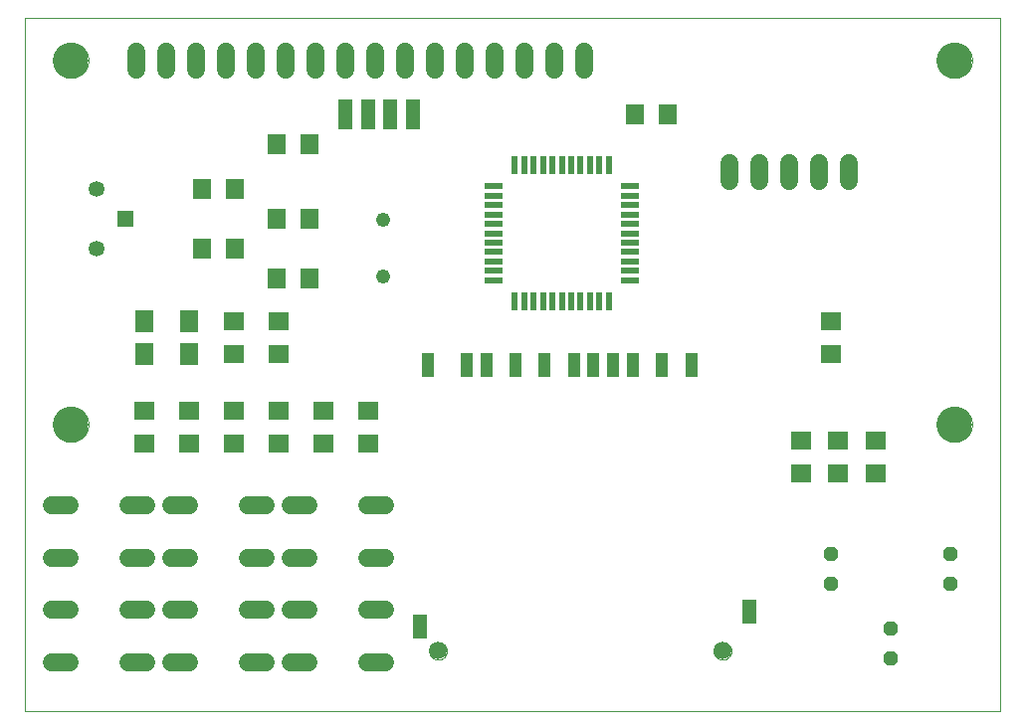
<source format=gts>
G75*
%MOIN*%
%OFA0B0*%
%FSLAX25Y25*%
%IPPOS*%
%LPD*%
%AMOC8*
5,1,8,0,0,1.08239X$1,22.5*
%
%ADD10C,0.00000*%
%ADD11R,0.06299X0.07087*%
%ADD12R,0.05906X0.07677*%
%ADD13R,0.07087X0.06299*%
%ADD14OC8,0.04800*%
%ADD15R,0.05906X0.01969*%
%ADD16R,0.01969X0.05906*%
%ADD17R,0.03937X0.07874*%
%ADD18R,0.04724X0.07874*%
%ADD19C,0.05906*%
%ADD20C,0.06000*%
%ADD21C,0.04800*%
%ADD22C,0.11811*%
%ADD23R,0.05000X0.10000*%
%ADD24C,0.05315*%
%ADD25R,0.05315X0.05315*%
D10*
X0001500Y0001500D02*
X0001500Y0233783D01*
X0328272Y0233783D01*
X0328272Y0001500D01*
X0001500Y0001500D01*
X0011094Y0097500D02*
X0011096Y0097653D01*
X0011102Y0097807D01*
X0011112Y0097960D01*
X0011126Y0098112D01*
X0011144Y0098265D01*
X0011166Y0098416D01*
X0011191Y0098567D01*
X0011221Y0098718D01*
X0011255Y0098868D01*
X0011292Y0099016D01*
X0011333Y0099164D01*
X0011378Y0099310D01*
X0011427Y0099456D01*
X0011480Y0099600D01*
X0011536Y0099742D01*
X0011596Y0099883D01*
X0011660Y0100023D01*
X0011727Y0100161D01*
X0011798Y0100297D01*
X0011873Y0100431D01*
X0011950Y0100563D01*
X0012032Y0100693D01*
X0012116Y0100821D01*
X0012204Y0100947D01*
X0012295Y0101070D01*
X0012389Y0101191D01*
X0012487Y0101309D01*
X0012587Y0101425D01*
X0012691Y0101538D01*
X0012797Y0101649D01*
X0012906Y0101757D01*
X0013018Y0101862D01*
X0013132Y0101963D01*
X0013250Y0102062D01*
X0013369Y0102158D01*
X0013491Y0102251D01*
X0013616Y0102340D01*
X0013743Y0102427D01*
X0013872Y0102509D01*
X0014003Y0102589D01*
X0014136Y0102665D01*
X0014271Y0102738D01*
X0014408Y0102807D01*
X0014547Y0102872D01*
X0014687Y0102934D01*
X0014829Y0102992D01*
X0014972Y0103047D01*
X0015117Y0103098D01*
X0015263Y0103145D01*
X0015410Y0103188D01*
X0015558Y0103227D01*
X0015707Y0103263D01*
X0015857Y0103294D01*
X0016008Y0103322D01*
X0016159Y0103346D01*
X0016312Y0103366D01*
X0016464Y0103382D01*
X0016617Y0103394D01*
X0016770Y0103402D01*
X0016923Y0103406D01*
X0017077Y0103406D01*
X0017230Y0103402D01*
X0017383Y0103394D01*
X0017536Y0103382D01*
X0017688Y0103366D01*
X0017841Y0103346D01*
X0017992Y0103322D01*
X0018143Y0103294D01*
X0018293Y0103263D01*
X0018442Y0103227D01*
X0018590Y0103188D01*
X0018737Y0103145D01*
X0018883Y0103098D01*
X0019028Y0103047D01*
X0019171Y0102992D01*
X0019313Y0102934D01*
X0019453Y0102872D01*
X0019592Y0102807D01*
X0019729Y0102738D01*
X0019864Y0102665D01*
X0019997Y0102589D01*
X0020128Y0102509D01*
X0020257Y0102427D01*
X0020384Y0102340D01*
X0020509Y0102251D01*
X0020631Y0102158D01*
X0020750Y0102062D01*
X0020868Y0101963D01*
X0020982Y0101862D01*
X0021094Y0101757D01*
X0021203Y0101649D01*
X0021309Y0101538D01*
X0021413Y0101425D01*
X0021513Y0101309D01*
X0021611Y0101191D01*
X0021705Y0101070D01*
X0021796Y0100947D01*
X0021884Y0100821D01*
X0021968Y0100693D01*
X0022050Y0100563D01*
X0022127Y0100431D01*
X0022202Y0100297D01*
X0022273Y0100161D01*
X0022340Y0100023D01*
X0022404Y0099883D01*
X0022464Y0099742D01*
X0022520Y0099600D01*
X0022573Y0099456D01*
X0022622Y0099310D01*
X0022667Y0099164D01*
X0022708Y0099016D01*
X0022745Y0098868D01*
X0022779Y0098718D01*
X0022809Y0098567D01*
X0022834Y0098416D01*
X0022856Y0098265D01*
X0022874Y0098112D01*
X0022888Y0097960D01*
X0022898Y0097807D01*
X0022904Y0097653D01*
X0022906Y0097500D01*
X0022904Y0097347D01*
X0022898Y0097193D01*
X0022888Y0097040D01*
X0022874Y0096888D01*
X0022856Y0096735D01*
X0022834Y0096584D01*
X0022809Y0096433D01*
X0022779Y0096282D01*
X0022745Y0096132D01*
X0022708Y0095984D01*
X0022667Y0095836D01*
X0022622Y0095690D01*
X0022573Y0095544D01*
X0022520Y0095400D01*
X0022464Y0095258D01*
X0022404Y0095117D01*
X0022340Y0094977D01*
X0022273Y0094839D01*
X0022202Y0094703D01*
X0022127Y0094569D01*
X0022050Y0094437D01*
X0021968Y0094307D01*
X0021884Y0094179D01*
X0021796Y0094053D01*
X0021705Y0093930D01*
X0021611Y0093809D01*
X0021513Y0093691D01*
X0021413Y0093575D01*
X0021309Y0093462D01*
X0021203Y0093351D01*
X0021094Y0093243D01*
X0020982Y0093138D01*
X0020868Y0093037D01*
X0020750Y0092938D01*
X0020631Y0092842D01*
X0020509Y0092749D01*
X0020384Y0092660D01*
X0020257Y0092573D01*
X0020128Y0092491D01*
X0019997Y0092411D01*
X0019864Y0092335D01*
X0019729Y0092262D01*
X0019592Y0092193D01*
X0019453Y0092128D01*
X0019313Y0092066D01*
X0019171Y0092008D01*
X0019028Y0091953D01*
X0018883Y0091902D01*
X0018737Y0091855D01*
X0018590Y0091812D01*
X0018442Y0091773D01*
X0018293Y0091737D01*
X0018143Y0091706D01*
X0017992Y0091678D01*
X0017841Y0091654D01*
X0017688Y0091634D01*
X0017536Y0091618D01*
X0017383Y0091606D01*
X0017230Y0091598D01*
X0017077Y0091594D01*
X0016923Y0091594D01*
X0016770Y0091598D01*
X0016617Y0091606D01*
X0016464Y0091618D01*
X0016312Y0091634D01*
X0016159Y0091654D01*
X0016008Y0091678D01*
X0015857Y0091706D01*
X0015707Y0091737D01*
X0015558Y0091773D01*
X0015410Y0091812D01*
X0015263Y0091855D01*
X0015117Y0091902D01*
X0014972Y0091953D01*
X0014829Y0092008D01*
X0014687Y0092066D01*
X0014547Y0092128D01*
X0014408Y0092193D01*
X0014271Y0092262D01*
X0014136Y0092335D01*
X0014003Y0092411D01*
X0013872Y0092491D01*
X0013743Y0092573D01*
X0013616Y0092660D01*
X0013491Y0092749D01*
X0013369Y0092842D01*
X0013250Y0092938D01*
X0013132Y0093037D01*
X0013018Y0093138D01*
X0012906Y0093243D01*
X0012797Y0093351D01*
X0012691Y0093462D01*
X0012587Y0093575D01*
X0012487Y0093691D01*
X0012389Y0093809D01*
X0012295Y0093930D01*
X0012204Y0094053D01*
X0012116Y0094179D01*
X0012032Y0094307D01*
X0011950Y0094437D01*
X0011873Y0094569D01*
X0011798Y0094703D01*
X0011727Y0094839D01*
X0011660Y0094977D01*
X0011596Y0095117D01*
X0011536Y0095258D01*
X0011480Y0095400D01*
X0011427Y0095544D01*
X0011378Y0095690D01*
X0011333Y0095836D01*
X0011292Y0095984D01*
X0011255Y0096132D01*
X0011221Y0096282D01*
X0011191Y0096433D01*
X0011166Y0096584D01*
X0011144Y0096735D01*
X0011126Y0096888D01*
X0011112Y0097040D01*
X0011102Y0097193D01*
X0011096Y0097347D01*
X0011094Y0097500D01*
X0137090Y0021541D02*
X0137092Y0021649D01*
X0137098Y0021758D01*
X0137108Y0021866D01*
X0137122Y0021973D01*
X0137140Y0022080D01*
X0137161Y0022187D01*
X0137187Y0022292D01*
X0137217Y0022397D01*
X0137250Y0022500D01*
X0137287Y0022602D01*
X0137328Y0022702D01*
X0137372Y0022801D01*
X0137421Y0022899D01*
X0137472Y0022994D01*
X0137527Y0023087D01*
X0137586Y0023179D01*
X0137648Y0023268D01*
X0137713Y0023355D01*
X0137781Y0023439D01*
X0137852Y0023521D01*
X0137926Y0023600D01*
X0138003Y0023676D01*
X0138083Y0023750D01*
X0138166Y0023820D01*
X0138251Y0023888D01*
X0138338Y0023952D01*
X0138428Y0024013D01*
X0138520Y0024071D01*
X0138614Y0024125D01*
X0138710Y0024176D01*
X0138807Y0024223D01*
X0138907Y0024267D01*
X0139008Y0024307D01*
X0139110Y0024343D01*
X0139213Y0024375D01*
X0139318Y0024404D01*
X0139424Y0024428D01*
X0139530Y0024449D01*
X0139637Y0024466D01*
X0139745Y0024479D01*
X0139853Y0024488D01*
X0139962Y0024493D01*
X0140070Y0024494D01*
X0140179Y0024491D01*
X0140287Y0024484D01*
X0140395Y0024473D01*
X0140502Y0024458D01*
X0140609Y0024439D01*
X0140715Y0024416D01*
X0140820Y0024390D01*
X0140925Y0024359D01*
X0141027Y0024325D01*
X0141129Y0024287D01*
X0141229Y0024245D01*
X0141328Y0024200D01*
X0141425Y0024151D01*
X0141519Y0024098D01*
X0141612Y0024042D01*
X0141703Y0023983D01*
X0141792Y0023920D01*
X0141878Y0023855D01*
X0141962Y0023786D01*
X0142043Y0023714D01*
X0142121Y0023639D01*
X0142197Y0023561D01*
X0142270Y0023480D01*
X0142340Y0023397D01*
X0142406Y0023312D01*
X0142470Y0023224D01*
X0142530Y0023133D01*
X0142587Y0023041D01*
X0142640Y0022946D01*
X0142690Y0022850D01*
X0142736Y0022752D01*
X0142779Y0022652D01*
X0142818Y0022551D01*
X0142853Y0022448D01*
X0142885Y0022345D01*
X0142912Y0022240D01*
X0142936Y0022134D01*
X0142956Y0022027D01*
X0142972Y0021920D01*
X0142984Y0021812D01*
X0142992Y0021704D01*
X0142996Y0021595D01*
X0142996Y0021487D01*
X0142992Y0021378D01*
X0142984Y0021270D01*
X0142972Y0021162D01*
X0142956Y0021055D01*
X0142936Y0020948D01*
X0142912Y0020842D01*
X0142885Y0020737D01*
X0142853Y0020634D01*
X0142818Y0020531D01*
X0142779Y0020430D01*
X0142736Y0020330D01*
X0142690Y0020232D01*
X0142640Y0020136D01*
X0142587Y0020041D01*
X0142530Y0019949D01*
X0142470Y0019858D01*
X0142406Y0019770D01*
X0142340Y0019685D01*
X0142270Y0019602D01*
X0142197Y0019521D01*
X0142121Y0019443D01*
X0142043Y0019368D01*
X0141962Y0019296D01*
X0141878Y0019227D01*
X0141792Y0019162D01*
X0141703Y0019099D01*
X0141612Y0019040D01*
X0141520Y0018984D01*
X0141425Y0018931D01*
X0141328Y0018882D01*
X0141229Y0018837D01*
X0141129Y0018795D01*
X0141027Y0018757D01*
X0140925Y0018723D01*
X0140820Y0018692D01*
X0140715Y0018666D01*
X0140609Y0018643D01*
X0140502Y0018624D01*
X0140395Y0018609D01*
X0140287Y0018598D01*
X0140179Y0018591D01*
X0140070Y0018588D01*
X0139962Y0018589D01*
X0139853Y0018594D01*
X0139745Y0018603D01*
X0139637Y0018616D01*
X0139530Y0018633D01*
X0139424Y0018654D01*
X0139318Y0018678D01*
X0139213Y0018707D01*
X0139110Y0018739D01*
X0139008Y0018775D01*
X0138907Y0018815D01*
X0138807Y0018859D01*
X0138710Y0018906D01*
X0138614Y0018957D01*
X0138520Y0019011D01*
X0138428Y0019069D01*
X0138338Y0019130D01*
X0138251Y0019194D01*
X0138166Y0019262D01*
X0138083Y0019332D01*
X0138003Y0019406D01*
X0137926Y0019482D01*
X0137852Y0019561D01*
X0137781Y0019643D01*
X0137713Y0019727D01*
X0137648Y0019814D01*
X0137586Y0019903D01*
X0137527Y0019995D01*
X0137472Y0020088D01*
X0137421Y0020183D01*
X0137372Y0020281D01*
X0137328Y0020380D01*
X0137287Y0020480D01*
X0137250Y0020582D01*
X0137217Y0020685D01*
X0137187Y0020790D01*
X0137161Y0020895D01*
X0137140Y0021002D01*
X0137122Y0021109D01*
X0137108Y0021216D01*
X0137098Y0021324D01*
X0137092Y0021433D01*
X0137090Y0021541D01*
X0232366Y0021541D02*
X0232368Y0021649D01*
X0232374Y0021758D01*
X0232384Y0021866D01*
X0232398Y0021973D01*
X0232416Y0022080D01*
X0232437Y0022187D01*
X0232463Y0022292D01*
X0232493Y0022397D01*
X0232526Y0022500D01*
X0232563Y0022602D01*
X0232604Y0022702D01*
X0232648Y0022801D01*
X0232697Y0022899D01*
X0232748Y0022994D01*
X0232803Y0023087D01*
X0232862Y0023179D01*
X0232924Y0023268D01*
X0232989Y0023355D01*
X0233057Y0023439D01*
X0233128Y0023521D01*
X0233202Y0023600D01*
X0233279Y0023676D01*
X0233359Y0023750D01*
X0233442Y0023820D01*
X0233527Y0023888D01*
X0233614Y0023952D01*
X0233704Y0024013D01*
X0233796Y0024071D01*
X0233890Y0024125D01*
X0233986Y0024176D01*
X0234083Y0024223D01*
X0234183Y0024267D01*
X0234284Y0024307D01*
X0234386Y0024343D01*
X0234489Y0024375D01*
X0234594Y0024404D01*
X0234700Y0024428D01*
X0234806Y0024449D01*
X0234913Y0024466D01*
X0235021Y0024479D01*
X0235129Y0024488D01*
X0235238Y0024493D01*
X0235346Y0024494D01*
X0235455Y0024491D01*
X0235563Y0024484D01*
X0235671Y0024473D01*
X0235778Y0024458D01*
X0235885Y0024439D01*
X0235991Y0024416D01*
X0236096Y0024390D01*
X0236201Y0024359D01*
X0236303Y0024325D01*
X0236405Y0024287D01*
X0236505Y0024245D01*
X0236604Y0024200D01*
X0236701Y0024151D01*
X0236795Y0024098D01*
X0236888Y0024042D01*
X0236979Y0023983D01*
X0237068Y0023920D01*
X0237154Y0023855D01*
X0237238Y0023786D01*
X0237319Y0023714D01*
X0237397Y0023639D01*
X0237473Y0023561D01*
X0237546Y0023480D01*
X0237616Y0023397D01*
X0237682Y0023312D01*
X0237746Y0023224D01*
X0237806Y0023133D01*
X0237863Y0023041D01*
X0237916Y0022946D01*
X0237966Y0022850D01*
X0238012Y0022752D01*
X0238055Y0022652D01*
X0238094Y0022551D01*
X0238129Y0022448D01*
X0238161Y0022345D01*
X0238188Y0022240D01*
X0238212Y0022134D01*
X0238232Y0022027D01*
X0238248Y0021920D01*
X0238260Y0021812D01*
X0238268Y0021704D01*
X0238272Y0021595D01*
X0238272Y0021487D01*
X0238268Y0021378D01*
X0238260Y0021270D01*
X0238248Y0021162D01*
X0238232Y0021055D01*
X0238212Y0020948D01*
X0238188Y0020842D01*
X0238161Y0020737D01*
X0238129Y0020634D01*
X0238094Y0020531D01*
X0238055Y0020430D01*
X0238012Y0020330D01*
X0237966Y0020232D01*
X0237916Y0020136D01*
X0237863Y0020041D01*
X0237806Y0019949D01*
X0237746Y0019858D01*
X0237682Y0019770D01*
X0237616Y0019685D01*
X0237546Y0019602D01*
X0237473Y0019521D01*
X0237397Y0019443D01*
X0237319Y0019368D01*
X0237238Y0019296D01*
X0237154Y0019227D01*
X0237068Y0019162D01*
X0236979Y0019099D01*
X0236888Y0019040D01*
X0236796Y0018984D01*
X0236701Y0018931D01*
X0236604Y0018882D01*
X0236505Y0018837D01*
X0236405Y0018795D01*
X0236303Y0018757D01*
X0236201Y0018723D01*
X0236096Y0018692D01*
X0235991Y0018666D01*
X0235885Y0018643D01*
X0235778Y0018624D01*
X0235671Y0018609D01*
X0235563Y0018598D01*
X0235455Y0018591D01*
X0235346Y0018588D01*
X0235238Y0018589D01*
X0235129Y0018594D01*
X0235021Y0018603D01*
X0234913Y0018616D01*
X0234806Y0018633D01*
X0234700Y0018654D01*
X0234594Y0018678D01*
X0234489Y0018707D01*
X0234386Y0018739D01*
X0234284Y0018775D01*
X0234183Y0018815D01*
X0234083Y0018859D01*
X0233986Y0018906D01*
X0233890Y0018957D01*
X0233796Y0019011D01*
X0233704Y0019069D01*
X0233614Y0019130D01*
X0233527Y0019194D01*
X0233442Y0019262D01*
X0233359Y0019332D01*
X0233279Y0019406D01*
X0233202Y0019482D01*
X0233128Y0019561D01*
X0233057Y0019643D01*
X0232989Y0019727D01*
X0232924Y0019814D01*
X0232862Y0019903D01*
X0232803Y0019995D01*
X0232748Y0020088D01*
X0232697Y0020183D01*
X0232648Y0020281D01*
X0232604Y0020380D01*
X0232563Y0020480D01*
X0232526Y0020582D01*
X0232493Y0020685D01*
X0232463Y0020790D01*
X0232437Y0020895D01*
X0232416Y0021002D01*
X0232398Y0021109D01*
X0232384Y0021216D01*
X0232374Y0021324D01*
X0232368Y0021433D01*
X0232366Y0021541D01*
X0307094Y0097500D02*
X0307096Y0097653D01*
X0307102Y0097807D01*
X0307112Y0097960D01*
X0307126Y0098112D01*
X0307144Y0098265D01*
X0307166Y0098416D01*
X0307191Y0098567D01*
X0307221Y0098718D01*
X0307255Y0098868D01*
X0307292Y0099016D01*
X0307333Y0099164D01*
X0307378Y0099310D01*
X0307427Y0099456D01*
X0307480Y0099600D01*
X0307536Y0099742D01*
X0307596Y0099883D01*
X0307660Y0100023D01*
X0307727Y0100161D01*
X0307798Y0100297D01*
X0307873Y0100431D01*
X0307950Y0100563D01*
X0308032Y0100693D01*
X0308116Y0100821D01*
X0308204Y0100947D01*
X0308295Y0101070D01*
X0308389Y0101191D01*
X0308487Y0101309D01*
X0308587Y0101425D01*
X0308691Y0101538D01*
X0308797Y0101649D01*
X0308906Y0101757D01*
X0309018Y0101862D01*
X0309132Y0101963D01*
X0309250Y0102062D01*
X0309369Y0102158D01*
X0309491Y0102251D01*
X0309616Y0102340D01*
X0309743Y0102427D01*
X0309872Y0102509D01*
X0310003Y0102589D01*
X0310136Y0102665D01*
X0310271Y0102738D01*
X0310408Y0102807D01*
X0310547Y0102872D01*
X0310687Y0102934D01*
X0310829Y0102992D01*
X0310972Y0103047D01*
X0311117Y0103098D01*
X0311263Y0103145D01*
X0311410Y0103188D01*
X0311558Y0103227D01*
X0311707Y0103263D01*
X0311857Y0103294D01*
X0312008Y0103322D01*
X0312159Y0103346D01*
X0312312Y0103366D01*
X0312464Y0103382D01*
X0312617Y0103394D01*
X0312770Y0103402D01*
X0312923Y0103406D01*
X0313077Y0103406D01*
X0313230Y0103402D01*
X0313383Y0103394D01*
X0313536Y0103382D01*
X0313688Y0103366D01*
X0313841Y0103346D01*
X0313992Y0103322D01*
X0314143Y0103294D01*
X0314293Y0103263D01*
X0314442Y0103227D01*
X0314590Y0103188D01*
X0314737Y0103145D01*
X0314883Y0103098D01*
X0315028Y0103047D01*
X0315171Y0102992D01*
X0315313Y0102934D01*
X0315453Y0102872D01*
X0315592Y0102807D01*
X0315729Y0102738D01*
X0315864Y0102665D01*
X0315997Y0102589D01*
X0316128Y0102509D01*
X0316257Y0102427D01*
X0316384Y0102340D01*
X0316509Y0102251D01*
X0316631Y0102158D01*
X0316750Y0102062D01*
X0316868Y0101963D01*
X0316982Y0101862D01*
X0317094Y0101757D01*
X0317203Y0101649D01*
X0317309Y0101538D01*
X0317413Y0101425D01*
X0317513Y0101309D01*
X0317611Y0101191D01*
X0317705Y0101070D01*
X0317796Y0100947D01*
X0317884Y0100821D01*
X0317968Y0100693D01*
X0318050Y0100563D01*
X0318127Y0100431D01*
X0318202Y0100297D01*
X0318273Y0100161D01*
X0318340Y0100023D01*
X0318404Y0099883D01*
X0318464Y0099742D01*
X0318520Y0099600D01*
X0318573Y0099456D01*
X0318622Y0099310D01*
X0318667Y0099164D01*
X0318708Y0099016D01*
X0318745Y0098868D01*
X0318779Y0098718D01*
X0318809Y0098567D01*
X0318834Y0098416D01*
X0318856Y0098265D01*
X0318874Y0098112D01*
X0318888Y0097960D01*
X0318898Y0097807D01*
X0318904Y0097653D01*
X0318906Y0097500D01*
X0318904Y0097347D01*
X0318898Y0097193D01*
X0318888Y0097040D01*
X0318874Y0096888D01*
X0318856Y0096735D01*
X0318834Y0096584D01*
X0318809Y0096433D01*
X0318779Y0096282D01*
X0318745Y0096132D01*
X0318708Y0095984D01*
X0318667Y0095836D01*
X0318622Y0095690D01*
X0318573Y0095544D01*
X0318520Y0095400D01*
X0318464Y0095258D01*
X0318404Y0095117D01*
X0318340Y0094977D01*
X0318273Y0094839D01*
X0318202Y0094703D01*
X0318127Y0094569D01*
X0318050Y0094437D01*
X0317968Y0094307D01*
X0317884Y0094179D01*
X0317796Y0094053D01*
X0317705Y0093930D01*
X0317611Y0093809D01*
X0317513Y0093691D01*
X0317413Y0093575D01*
X0317309Y0093462D01*
X0317203Y0093351D01*
X0317094Y0093243D01*
X0316982Y0093138D01*
X0316868Y0093037D01*
X0316750Y0092938D01*
X0316631Y0092842D01*
X0316509Y0092749D01*
X0316384Y0092660D01*
X0316257Y0092573D01*
X0316128Y0092491D01*
X0315997Y0092411D01*
X0315864Y0092335D01*
X0315729Y0092262D01*
X0315592Y0092193D01*
X0315453Y0092128D01*
X0315313Y0092066D01*
X0315171Y0092008D01*
X0315028Y0091953D01*
X0314883Y0091902D01*
X0314737Y0091855D01*
X0314590Y0091812D01*
X0314442Y0091773D01*
X0314293Y0091737D01*
X0314143Y0091706D01*
X0313992Y0091678D01*
X0313841Y0091654D01*
X0313688Y0091634D01*
X0313536Y0091618D01*
X0313383Y0091606D01*
X0313230Y0091598D01*
X0313077Y0091594D01*
X0312923Y0091594D01*
X0312770Y0091598D01*
X0312617Y0091606D01*
X0312464Y0091618D01*
X0312312Y0091634D01*
X0312159Y0091654D01*
X0312008Y0091678D01*
X0311857Y0091706D01*
X0311707Y0091737D01*
X0311558Y0091773D01*
X0311410Y0091812D01*
X0311263Y0091855D01*
X0311117Y0091902D01*
X0310972Y0091953D01*
X0310829Y0092008D01*
X0310687Y0092066D01*
X0310547Y0092128D01*
X0310408Y0092193D01*
X0310271Y0092262D01*
X0310136Y0092335D01*
X0310003Y0092411D01*
X0309872Y0092491D01*
X0309743Y0092573D01*
X0309616Y0092660D01*
X0309491Y0092749D01*
X0309369Y0092842D01*
X0309250Y0092938D01*
X0309132Y0093037D01*
X0309018Y0093138D01*
X0308906Y0093243D01*
X0308797Y0093351D01*
X0308691Y0093462D01*
X0308587Y0093575D01*
X0308487Y0093691D01*
X0308389Y0093809D01*
X0308295Y0093930D01*
X0308204Y0094053D01*
X0308116Y0094179D01*
X0308032Y0094307D01*
X0307950Y0094437D01*
X0307873Y0094569D01*
X0307798Y0094703D01*
X0307727Y0094839D01*
X0307660Y0094977D01*
X0307596Y0095117D01*
X0307536Y0095258D01*
X0307480Y0095400D01*
X0307427Y0095544D01*
X0307378Y0095690D01*
X0307333Y0095836D01*
X0307292Y0095984D01*
X0307255Y0096132D01*
X0307221Y0096282D01*
X0307191Y0096433D01*
X0307166Y0096584D01*
X0307144Y0096735D01*
X0307126Y0096888D01*
X0307112Y0097040D01*
X0307102Y0097193D01*
X0307096Y0097347D01*
X0307094Y0097500D01*
X0307094Y0219500D02*
X0307096Y0219653D01*
X0307102Y0219807D01*
X0307112Y0219960D01*
X0307126Y0220112D01*
X0307144Y0220265D01*
X0307166Y0220416D01*
X0307191Y0220567D01*
X0307221Y0220718D01*
X0307255Y0220868D01*
X0307292Y0221016D01*
X0307333Y0221164D01*
X0307378Y0221310D01*
X0307427Y0221456D01*
X0307480Y0221600D01*
X0307536Y0221742D01*
X0307596Y0221883D01*
X0307660Y0222023D01*
X0307727Y0222161D01*
X0307798Y0222297D01*
X0307873Y0222431D01*
X0307950Y0222563D01*
X0308032Y0222693D01*
X0308116Y0222821D01*
X0308204Y0222947D01*
X0308295Y0223070D01*
X0308389Y0223191D01*
X0308487Y0223309D01*
X0308587Y0223425D01*
X0308691Y0223538D01*
X0308797Y0223649D01*
X0308906Y0223757D01*
X0309018Y0223862D01*
X0309132Y0223963D01*
X0309250Y0224062D01*
X0309369Y0224158D01*
X0309491Y0224251D01*
X0309616Y0224340D01*
X0309743Y0224427D01*
X0309872Y0224509D01*
X0310003Y0224589D01*
X0310136Y0224665D01*
X0310271Y0224738D01*
X0310408Y0224807D01*
X0310547Y0224872D01*
X0310687Y0224934D01*
X0310829Y0224992D01*
X0310972Y0225047D01*
X0311117Y0225098D01*
X0311263Y0225145D01*
X0311410Y0225188D01*
X0311558Y0225227D01*
X0311707Y0225263D01*
X0311857Y0225294D01*
X0312008Y0225322D01*
X0312159Y0225346D01*
X0312312Y0225366D01*
X0312464Y0225382D01*
X0312617Y0225394D01*
X0312770Y0225402D01*
X0312923Y0225406D01*
X0313077Y0225406D01*
X0313230Y0225402D01*
X0313383Y0225394D01*
X0313536Y0225382D01*
X0313688Y0225366D01*
X0313841Y0225346D01*
X0313992Y0225322D01*
X0314143Y0225294D01*
X0314293Y0225263D01*
X0314442Y0225227D01*
X0314590Y0225188D01*
X0314737Y0225145D01*
X0314883Y0225098D01*
X0315028Y0225047D01*
X0315171Y0224992D01*
X0315313Y0224934D01*
X0315453Y0224872D01*
X0315592Y0224807D01*
X0315729Y0224738D01*
X0315864Y0224665D01*
X0315997Y0224589D01*
X0316128Y0224509D01*
X0316257Y0224427D01*
X0316384Y0224340D01*
X0316509Y0224251D01*
X0316631Y0224158D01*
X0316750Y0224062D01*
X0316868Y0223963D01*
X0316982Y0223862D01*
X0317094Y0223757D01*
X0317203Y0223649D01*
X0317309Y0223538D01*
X0317413Y0223425D01*
X0317513Y0223309D01*
X0317611Y0223191D01*
X0317705Y0223070D01*
X0317796Y0222947D01*
X0317884Y0222821D01*
X0317968Y0222693D01*
X0318050Y0222563D01*
X0318127Y0222431D01*
X0318202Y0222297D01*
X0318273Y0222161D01*
X0318340Y0222023D01*
X0318404Y0221883D01*
X0318464Y0221742D01*
X0318520Y0221600D01*
X0318573Y0221456D01*
X0318622Y0221310D01*
X0318667Y0221164D01*
X0318708Y0221016D01*
X0318745Y0220868D01*
X0318779Y0220718D01*
X0318809Y0220567D01*
X0318834Y0220416D01*
X0318856Y0220265D01*
X0318874Y0220112D01*
X0318888Y0219960D01*
X0318898Y0219807D01*
X0318904Y0219653D01*
X0318906Y0219500D01*
X0318904Y0219347D01*
X0318898Y0219193D01*
X0318888Y0219040D01*
X0318874Y0218888D01*
X0318856Y0218735D01*
X0318834Y0218584D01*
X0318809Y0218433D01*
X0318779Y0218282D01*
X0318745Y0218132D01*
X0318708Y0217984D01*
X0318667Y0217836D01*
X0318622Y0217690D01*
X0318573Y0217544D01*
X0318520Y0217400D01*
X0318464Y0217258D01*
X0318404Y0217117D01*
X0318340Y0216977D01*
X0318273Y0216839D01*
X0318202Y0216703D01*
X0318127Y0216569D01*
X0318050Y0216437D01*
X0317968Y0216307D01*
X0317884Y0216179D01*
X0317796Y0216053D01*
X0317705Y0215930D01*
X0317611Y0215809D01*
X0317513Y0215691D01*
X0317413Y0215575D01*
X0317309Y0215462D01*
X0317203Y0215351D01*
X0317094Y0215243D01*
X0316982Y0215138D01*
X0316868Y0215037D01*
X0316750Y0214938D01*
X0316631Y0214842D01*
X0316509Y0214749D01*
X0316384Y0214660D01*
X0316257Y0214573D01*
X0316128Y0214491D01*
X0315997Y0214411D01*
X0315864Y0214335D01*
X0315729Y0214262D01*
X0315592Y0214193D01*
X0315453Y0214128D01*
X0315313Y0214066D01*
X0315171Y0214008D01*
X0315028Y0213953D01*
X0314883Y0213902D01*
X0314737Y0213855D01*
X0314590Y0213812D01*
X0314442Y0213773D01*
X0314293Y0213737D01*
X0314143Y0213706D01*
X0313992Y0213678D01*
X0313841Y0213654D01*
X0313688Y0213634D01*
X0313536Y0213618D01*
X0313383Y0213606D01*
X0313230Y0213598D01*
X0313077Y0213594D01*
X0312923Y0213594D01*
X0312770Y0213598D01*
X0312617Y0213606D01*
X0312464Y0213618D01*
X0312312Y0213634D01*
X0312159Y0213654D01*
X0312008Y0213678D01*
X0311857Y0213706D01*
X0311707Y0213737D01*
X0311558Y0213773D01*
X0311410Y0213812D01*
X0311263Y0213855D01*
X0311117Y0213902D01*
X0310972Y0213953D01*
X0310829Y0214008D01*
X0310687Y0214066D01*
X0310547Y0214128D01*
X0310408Y0214193D01*
X0310271Y0214262D01*
X0310136Y0214335D01*
X0310003Y0214411D01*
X0309872Y0214491D01*
X0309743Y0214573D01*
X0309616Y0214660D01*
X0309491Y0214749D01*
X0309369Y0214842D01*
X0309250Y0214938D01*
X0309132Y0215037D01*
X0309018Y0215138D01*
X0308906Y0215243D01*
X0308797Y0215351D01*
X0308691Y0215462D01*
X0308587Y0215575D01*
X0308487Y0215691D01*
X0308389Y0215809D01*
X0308295Y0215930D01*
X0308204Y0216053D01*
X0308116Y0216179D01*
X0308032Y0216307D01*
X0307950Y0216437D01*
X0307873Y0216569D01*
X0307798Y0216703D01*
X0307727Y0216839D01*
X0307660Y0216977D01*
X0307596Y0217117D01*
X0307536Y0217258D01*
X0307480Y0217400D01*
X0307427Y0217544D01*
X0307378Y0217690D01*
X0307333Y0217836D01*
X0307292Y0217984D01*
X0307255Y0218132D01*
X0307221Y0218282D01*
X0307191Y0218433D01*
X0307166Y0218584D01*
X0307144Y0218735D01*
X0307126Y0218888D01*
X0307112Y0219040D01*
X0307102Y0219193D01*
X0307096Y0219347D01*
X0307094Y0219500D01*
X0011094Y0219500D02*
X0011096Y0219653D01*
X0011102Y0219807D01*
X0011112Y0219960D01*
X0011126Y0220112D01*
X0011144Y0220265D01*
X0011166Y0220416D01*
X0011191Y0220567D01*
X0011221Y0220718D01*
X0011255Y0220868D01*
X0011292Y0221016D01*
X0011333Y0221164D01*
X0011378Y0221310D01*
X0011427Y0221456D01*
X0011480Y0221600D01*
X0011536Y0221742D01*
X0011596Y0221883D01*
X0011660Y0222023D01*
X0011727Y0222161D01*
X0011798Y0222297D01*
X0011873Y0222431D01*
X0011950Y0222563D01*
X0012032Y0222693D01*
X0012116Y0222821D01*
X0012204Y0222947D01*
X0012295Y0223070D01*
X0012389Y0223191D01*
X0012487Y0223309D01*
X0012587Y0223425D01*
X0012691Y0223538D01*
X0012797Y0223649D01*
X0012906Y0223757D01*
X0013018Y0223862D01*
X0013132Y0223963D01*
X0013250Y0224062D01*
X0013369Y0224158D01*
X0013491Y0224251D01*
X0013616Y0224340D01*
X0013743Y0224427D01*
X0013872Y0224509D01*
X0014003Y0224589D01*
X0014136Y0224665D01*
X0014271Y0224738D01*
X0014408Y0224807D01*
X0014547Y0224872D01*
X0014687Y0224934D01*
X0014829Y0224992D01*
X0014972Y0225047D01*
X0015117Y0225098D01*
X0015263Y0225145D01*
X0015410Y0225188D01*
X0015558Y0225227D01*
X0015707Y0225263D01*
X0015857Y0225294D01*
X0016008Y0225322D01*
X0016159Y0225346D01*
X0016312Y0225366D01*
X0016464Y0225382D01*
X0016617Y0225394D01*
X0016770Y0225402D01*
X0016923Y0225406D01*
X0017077Y0225406D01*
X0017230Y0225402D01*
X0017383Y0225394D01*
X0017536Y0225382D01*
X0017688Y0225366D01*
X0017841Y0225346D01*
X0017992Y0225322D01*
X0018143Y0225294D01*
X0018293Y0225263D01*
X0018442Y0225227D01*
X0018590Y0225188D01*
X0018737Y0225145D01*
X0018883Y0225098D01*
X0019028Y0225047D01*
X0019171Y0224992D01*
X0019313Y0224934D01*
X0019453Y0224872D01*
X0019592Y0224807D01*
X0019729Y0224738D01*
X0019864Y0224665D01*
X0019997Y0224589D01*
X0020128Y0224509D01*
X0020257Y0224427D01*
X0020384Y0224340D01*
X0020509Y0224251D01*
X0020631Y0224158D01*
X0020750Y0224062D01*
X0020868Y0223963D01*
X0020982Y0223862D01*
X0021094Y0223757D01*
X0021203Y0223649D01*
X0021309Y0223538D01*
X0021413Y0223425D01*
X0021513Y0223309D01*
X0021611Y0223191D01*
X0021705Y0223070D01*
X0021796Y0222947D01*
X0021884Y0222821D01*
X0021968Y0222693D01*
X0022050Y0222563D01*
X0022127Y0222431D01*
X0022202Y0222297D01*
X0022273Y0222161D01*
X0022340Y0222023D01*
X0022404Y0221883D01*
X0022464Y0221742D01*
X0022520Y0221600D01*
X0022573Y0221456D01*
X0022622Y0221310D01*
X0022667Y0221164D01*
X0022708Y0221016D01*
X0022745Y0220868D01*
X0022779Y0220718D01*
X0022809Y0220567D01*
X0022834Y0220416D01*
X0022856Y0220265D01*
X0022874Y0220112D01*
X0022888Y0219960D01*
X0022898Y0219807D01*
X0022904Y0219653D01*
X0022906Y0219500D01*
X0022904Y0219347D01*
X0022898Y0219193D01*
X0022888Y0219040D01*
X0022874Y0218888D01*
X0022856Y0218735D01*
X0022834Y0218584D01*
X0022809Y0218433D01*
X0022779Y0218282D01*
X0022745Y0218132D01*
X0022708Y0217984D01*
X0022667Y0217836D01*
X0022622Y0217690D01*
X0022573Y0217544D01*
X0022520Y0217400D01*
X0022464Y0217258D01*
X0022404Y0217117D01*
X0022340Y0216977D01*
X0022273Y0216839D01*
X0022202Y0216703D01*
X0022127Y0216569D01*
X0022050Y0216437D01*
X0021968Y0216307D01*
X0021884Y0216179D01*
X0021796Y0216053D01*
X0021705Y0215930D01*
X0021611Y0215809D01*
X0021513Y0215691D01*
X0021413Y0215575D01*
X0021309Y0215462D01*
X0021203Y0215351D01*
X0021094Y0215243D01*
X0020982Y0215138D01*
X0020868Y0215037D01*
X0020750Y0214938D01*
X0020631Y0214842D01*
X0020509Y0214749D01*
X0020384Y0214660D01*
X0020257Y0214573D01*
X0020128Y0214491D01*
X0019997Y0214411D01*
X0019864Y0214335D01*
X0019729Y0214262D01*
X0019592Y0214193D01*
X0019453Y0214128D01*
X0019313Y0214066D01*
X0019171Y0214008D01*
X0019028Y0213953D01*
X0018883Y0213902D01*
X0018737Y0213855D01*
X0018590Y0213812D01*
X0018442Y0213773D01*
X0018293Y0213737D01*
X0018143Y0213706D01*
X0017992Y0213678D01*
X0017841Y0213654D01*
X0017688Y0213634D01*
X0017536Y0213618D01*
X0017383Y0213606D01*
X0017230Y0213598D01*
X0017077Y0213594D01*
X0016923Y0213594D01*
X0016770Y0213598D01*
X0016617Y0213606D01*
X0016464Y0213618D01*
X0016312Y0213634D01*
X0016159Y0213654D01*
X0016008Y0213678D01*
X0015857Y0213706D01*
X0015707Y0213737D01*
X0015558Y0213773D01*
X0015410Y0213812D01*
X0015263Y0213855D01*
X0015117Y0213902D01*
X0014972Y0213953D01*
X0014829Y0214008D01*
X0014687Y0214066D01*
X0014547Y0214128D01*
X0014408Y0214193D01*
X0014271Y0214262D01*
X0014136Y0214335D01*
X0014003Y0214411D01*
X0013872Y0214491D01*
X0013743Y0214573D01*
X0013616Y0214660D01*
X0013491Y0214749D01*
X0013369Y0214842D01*
X0013250Y0214938D01*
X0013132Y0215037D01*
X0013018Y0215138D01*
X0012906Y0215243D01*
X0012797Y0215351D01*
X0012691Y0215462D01*
X0012587Y0215575D01*
X0012487Y0215691D01*
X0012389Y0215809D01*
X0012295Y0215930D01*
X0012204Y0216053D01*
X0012116Y0216179D01*
X0012032Y0216307D01*
X0011950Y0216437D01*
X0011873Y0216569D01*
X0011798Y0216703D01*
X0011727Y0216839D01*
X0011660Y0216977D01*
X0011596Y0217117D01*
X0011536Y0217258D01*
X0011480Y0217400D01*
X0011427Y0217544D01*
X0011378Y0217690D01*
X0011333Y0217836D01*
X0011292Y0217984D01*
X0011255Y0218132D01*
X0011221Y0218282D01*
X0011191Y0218433D01*
X0011166Y0218584D01*
X0011144Y0218735D01*
X0011126Y0218888D01*
X0011112Y0219040D01*
X0011102Y0219193D01*
X0011096Y0219347D01*
X0011094Y0219500D01*
D11*
X0060988Y0176500D03*
X0072012Y0176500D03*
X0085988Y0166500D03*
X0097012Y0166500D03*
X0072012Y0156500D03*
X0060988Y0156500D03*
X0085988Y0146500D03*
X0097012Y0146500D03*
X0097012Y0191500D03*
X0085988Y0191500D03*
X0205988Y0201500D03*
X0217012Y0201500D03*
D12*
X0056500Y0131913D03*
X0056500Y0121087D03*
X0041500Y0121087D03*
X0041500Y0131913D03*
D13*
X0071500Y0132012D03*
X0071500Y0120988D03*
X0086500Y0120988D03*
X0086500Y0132012D03*
X0086500Y0102012D03*
X0071500Y0102012D03*
X0071500Y0090988D03*
X0086500Y0090988D03*
X0101500Y0090988D03*
X0116500Y0090988D03*
X0116500Y0102012D03*
X0101500Y0102012D03*
X0056500Y0102012D03*
X0041500Y0102012D03*
X0041500Y0090988D03*
X0056500Y0090988D03*
X0261500Y0092012D03*
X0261500Y0080988D03*
X0274000Y0080988D03*
X0274000Y0092012D03*
X0286500Y0092012D03*
X0286500Y0080988D03*
X0271500Y0120988D03*
X0271500Y0132012D03*
D14*
X0271500Y0054000D03*
X0271500Y0044000D03*
X0291500Y0029000D03*
X0291500Y0019000D03*
X0311500Y0044000D03*
X0311500Y0054000D03*
D15*
X0204335Y0145752D03*
X0204335Y0148902D03*
X0204335Y0152051D03*
X0204335Y0155201D03*
X0204335Y0158350D03*
X0204335Y0161500D03*
X0204335Y0164650D03*
X0204335Y0167799D03*
X0204335Y0170949D03*
X0204335Y0174098D03*
X0204335Y0177248D03*
X0158665Y0177248D03*
X0158665Y0174098D03*
X0158665Y0170949D03*
X0158665Y0167799D03*
X0158665Y0164650D03*
X0158665Y0161500D03*
X0158665Y0158350D03*
X0158665Y0155201D03*
X0158665Y0152051D03*
X0158665Y0148902D03*
X0158665Y0145752D03*
D16*
X0165752Y0138665D03*
X0168902Y0138665D03*
X0172051Y0138665D03*
X0175201Y0138665D03*
X0178350Y0138665D03*
X0181500Y0138665D03*
X0184650Y0138665D03*
X0187799Y0138665D03*
X0190949Y0138665D03*
X0194098Y0138665D03*
X0197248Y0138665D03*
X0197248Y0184335D03*
X0194098Y0184335D03*
X0190949Y0184335D03*
X0187799Y0184335D03*
X0184650Y0184335D03*
X0181500Y0184335D03*
X0178350Y0184335D03*
X0175201Y0184335D03*
X0172051Y0184335D03*
X0168902Y0184335D03*
X0165752Y0184335D03*
D17*
X0165909Y0117250D03*
X0156382Y0117250D03*
X0149689Y0117250D03*
X0136500Y0117250D03*
X0175752Y0117250D03*
X0185594Y0117250D03*
X0192091Y0117250D03*
X0198587Y0117250D03*
X0205280Y0117250D03*
X0215122Y0117250D03*
X0224965Y0117250D03*
D18*
X0244374Y0034533D03*
X0134138Y0029809D03*
D19*
X0140043Y0021541D03*
X0235319Y0021541D03*
D20*
X0122300Y0017600D02*
X0116300Y0017600D01*
X0096700Y0017600D02*
X0090700Y0017600D01*
X0082300Y0017600D02*
X0076300Y0017600D01*
X0056700Y0017600D02*
X0050700Y0017600D01*
X0042300Y0017600D02*
X0036300Y0017600D01*
X0016700Y0017600D02*
X0010700Y0017600D01*
X0010700Y0035400D02*
X0016700Y0035400D01*
X0036300Y0035400D02*
X0042300Y0035400D01*
X0050700Y0035400D02*
X0056700Y0035400D01*
X0076300Y0035400D02*
X0082300Y0035400D01*
X0090700Y0035400D02*
X0096700Y0035400D01*
X0116300Y0035400D02*
X0122300Y0035400D01*
X0122300Y0052600D02*
X0116300Y0052600D01*
X0096700Y0052600D02*
X0090700Y0052600D01*
X0082300Y0052600D02*
X0076300Y0052600D01*
X0056700Y0052600D02*
X0050700Y0052600D01*
X0042300Y0052600D02*
X0036300Y0052600D01*
X0016700Y0052600D02*
X0010700Y0052600D01*
X0010700Y0070400D02*
X0016700Y0070400D01*
X0036300Y0070400D02*
X0042300Y0070400D01*
X0050700Y0070400D02*
X0056700Y0070400D01*
X0076300Y0070400D02*
X0082300Y0070400D01*
X0090700Y0070400D02*
X0096700Y0070400D01*
X0116300Y0070400D02*
X0122300Y0070400D01*
X0237500Y0179000D02*
X0237500Y0185000D01*
X0247500Y0185000D02*
X0247500Y0179000D01*
X0257500Y0179000D02*
X0257500Y0185000D01*
X0267500Y0185000D02*
X0267500Y0179000D01*
X0277500Y0179000D02*
X0277500Y0185000D01*
X0189000Y0216500D02*
X0189000Y0222500D01*
X0179000Y0222500D02*
X0179000Y0216500D01*
X0169000Y0216500D02*
X0169000Y0222500D01*
X0159000Y0222500D02*
X0159000Y0216500D01*
X0149000Y0216500D02*
X0149000Y0222500D01*
X0139000Y0222500D02*
X0139000Y0216500D01*
X0129000Y0216500D02*
X0129000Y0222500D01*
X0119000Y0222500D02*
X0119000Y0216500D01*
X0109000Y0216500D02*
X0109000Y0222500D01*
X0099000Y0222500D02*
X0099000Y0216500D01*
X0089000Y0216500D02*
X0089000Y0222500D01*
X0079000Y0222500D02*
X0079000Y0216500D01*
X0069000Y0216500D02*
X0069000Y0222500D01*
X0059000Y0222500D02*
X0059000Y0216500D01*
X0049000Y0216500D02*
X0049000Y0222500D01*
X0039000Y0222500D02*
X0039000Y0216500D01*
D21*
X0121500Y0166000D03*
X0121500Y0147000D03*
D22*
X0017000Y0097500D03*
X0017000Y0219500D03*
X0313000Y0219500D03*
X0313000Y0097500D03*
D23*
X0131500Y0201500D03*
X0124000Y0201500D03*
X0116500Y0201500D03*
X0109000Y0201500D03*
D24*
X0025516Y0176500D03*
X0025516Y0156500D03*
D25*
X0035358Y0166500D03*
M02*

</source>
